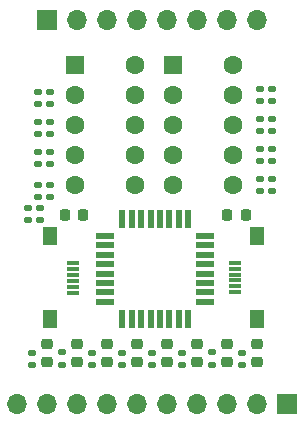
<source format=gbr>
%TF.GenerationSoftware,KiCad,Pcbnew,(6.0.9)*%
%TF.CreationDate,2022-12-15T20:33:27+01:00*%
%TF.ProjectId,8view,38766965-772e-46b6-9963-61645f706362,rev?*%
%TF.SameCoordinates,Original*%
%TF.FileFunction,Soldermask,Top*%
%TF.FilePolarity,Negative*%
%FSLAX46Y46*%
G04 Gerber Fmt 4.6, Leading zero omitted, Abs format (unit mm)*
G04 Created by KiCad (PCBNEW (6.0.9)) date 2022-12-15 20:33:27*
%MOMM*%
%LPD*%
G01*
G04 APERTURE LIST*
G04 Aperture macros list*
%AMRoundRect*
0 Rectangle with rounded corners*
0 $1 Rounding radius*
0 $2 $3 $4 $5 $6 $7 $8 $9 X,Y pos of 4 corners*
0 Add a 4 corners polygon primitive as box body*
4,1,4,$2,$3,$4,$5,$6,$7,$8,$9,$2,$3,0*
0 Add four circle primitives for the rounded corners*
1,1,$1+$1,$2,$3*
1,1,$1+$1,$4,$5*
1,1,$1+$1,$6,$7*
1,1,$1+$1,$8,$9*
0 Add four rect primitives between the rounded corners*
20,1,$1+$1,$2,$3,$4,$5,0*
20,1,$1+$1,$4,$5,$6,$7,0*
20,1,$1+$1,$6,$7,$8,$9,0*
20,1,$1+$1,$8,$9,$2,$3,0*%
G04 Aperture macros list end*
%ADD10RoundRect,0.225000X-0.225000X-0.250000X0.225000X-0.250000X0.225000X0.250000X-0.225000X0.250000X0*%
%ADD11RoundRect,0.135000X-0.185000X0.135000X-0.185000X-0.135000X0.185000X-0.135000X0.185000X0.135000X0*%
%ADD12RoundRect,0.135000X0.185000X-0.135000X0.185000X0.135000X-0.185000X0.135000X-0.185000X-0.135000X0*%
%ADD13R,1.700000X1.700000*%
%ADD14O,1.700000X1.700000*%
%ADD15RoundRect,0.218750X0.256250X-0.218750X0.256250X0.218750X-0.256250X0.218750X-0.256250X-0.218750X0*%
%ADD16R,1.600000X1.600000*%
%ADD17C,1.600000*%
%ADD18R,0.550000X1.600000*%
%ADD19R,1.600000X0.550000*%
%ADD20R,1.000001X0.299999*%
%ADD21R,1.300000X1.649999*%
G04 APERTURE END LIST*
D10*
%TO.C,C2*%
X139925000Y-134900000D03*
X141475000Y-134900000D03*
%TD*%
%TO.C,C1*%
X153675000Y-134900000D03*
X155225000Y-134900000D03*
%TD*%
D11*
%TO.C,R10*%
X136800000Y-134290000D03*
X136800000Y-135310000D03*
%TD*%
D12*
%TO.C,R12*%
X137668000Y-128018000D03*
X137668000Y-126998000D03*
%TD*%
%TO.C,R13*%
X137668000Y-130558000D03*
X137668000Y-129538000D03*
%TD*%
D13*
%TO.C,J1*%
X138430000Y-118364000D03*
D14*
X140970000Y-118364000D03*
X143510000Y-118364000D03*
X146050000Y-118364000D03*
X148590000Y-118364000D03*
X151130000Y-118364000D03*
X153670000Y-118364000D03*
X156210000Y-118364000D03*
%TD*%
D15*
%TO.C,D4*%
X146050000Y-147345500D03*
X146050000Y-145770500D03*
%TD*%
D12*
%TO.C,R6*%
X149800000Y-147550000D03*
X149800000Y-146530000D03*
%TD*%
D16*
%TO.C,U2*%
X140788500Y-122174000D03*
D17*
X140788500Y-124714000D03*
X140788500Y-127254000D03*
X140788500Y-129794000D03*
X140788500Y-132334000D03*
X145868500Y-132334000D03*
X145868500Y-129794000D03*
X145868500Y-127254000D03*
X145868500Y-124714000D03*
X145868500Y-122174000D03*
%TD*%
D18*
%TO.C,U1*%
X144774000Y-143696000D03*
X145574000Y-143696000D03*
X146374000Y-143696000D03*
X147174000Y-143696000D03*
X147974000Y-143696000D03*
X148774000Y-143696000D03*
X149574000Y-143696000D03*
X150374000Y-143696000D03*
D19*
X151824000Y-142246000D03*
X151824000Y-141446000D03*
X151824000Y-140646000D03*
X151824000Y-139846000D03*
X151824000Y-139046000D03*
X151824000Y-138246000D03*
X151824000Y-137446000D03*
X151824000Y-136646000D03*
D18*
X150374000Y-135196000D03*
X149574000Y-135196000D03*
X148774000Y-135196000D03*
X147974000Y-135196000D03*
X147174000Y-135196000D03*
X146374000Y-135196000D03*
X145574000Y-135196000D03*
X144774000Y-135196000D03*
D19*
X143324000Y-136646000D03*
X143324000Y-137446000D03*
X143324000Y-138246000D03*
X143324000Y-139046000D03*
X143324000Y-139846000D03*
X143324000Y-140646000D03*
X143324000Y-141446000D03*
X143324000Y-142246000D03*
%TD*%
D12*
%TO.C,R25*%
X157480000Y-130304000D03*
X157480000Y-129284000D03*
%TD*%
%TO.C,R23*%
X157480000Y-132844000D03*
X157480000Y-131824000D03*
%TD*%
%TO.C,R21*%
X156464000Y-127764000D03*
X156464000Y-126744000D03*
%TD*%
%TO.C,R24*%
X157480000Y-127764000D03*
X157480000Y-126744000D03*
%TD*%
%TO.C,R7*%
X152340000Y-147548000D03*
X152340000Y-146528000D03*
%TD*%
%TO.C,R8*%
X154880000Y-147550000D03*
X154880000Y-146530000D03*
%TD*%
D20*
%TO.C,J4*%
X140583999Y-138957997D03*
X140583999Y-139457999D03*
X140583999Y-139957998D03*
X140583999Y-140457999D03*
X140583999Y-140957999D03*
X140583999Y-141458000D03*
D21*
X138684000Y-136683001D03*
X138684000Y-143732999D03*
%TD*%
D12*
%TO.C,R26*%
X156464000Y-130304000D03*
X156464000Y-129284000D03*
%TD*%
%TO.C,R11*%
X137668000Y-125478000D03*
X137668000Y-124458000D03*
%TD*%
D15*
%TO.C,D1*%
X138430000Y-147345500D03*
X138430000Y-145770500D03*
%TD*%
D12*
%TO.C,R1*%
X137100000Y-147550000D03*
X137100000Y-146530000D03*
%TD*%
%TO.C,R19*%
X157480000Y-125224000D03*
X157480000Y-124204000D03*
%TD*%
D20*
%TO.C,J3*%
X154310001Y-141427002D03*
X154310001Y-140927000D03*
X154310001Y-140427001D03*
X154310001Y-139927000D03*
X154310001Y-139427000D03*
X154310001Y-138926999D03*
D21*
X156210000Y-143701998D03*
X156210000Y-136652000D03*
%TD*%
D12*
%TO.C,R2*%
X139640000Y-147548000D03*
X139640000Y-146528000D03*
%TD*%
%TO.C,R20*%
X156464000Y-125224000D03*
X156464000Y-124204000D03*
%TD*%
D15*
%TO.C,D5*%
X148590000Y-147345500D03*
X148590000Y-145770500D03*
%TD*%
D12*
%TO.C,R4*%
X144720000Y-147550000D03*
X144720000Y-146530000D03*
%TD*%
D16*
%TO.C,U3*%
X149098000Y-122174000D03*
D17*
X149098000Y-124714000D03*
X149098000Y-127254000D03*
X149098000Y-129794000D03*
X149098000Y-132334000D03*
X154178000Y-132334000D03*
X154178000Y-129794000D03*
X154178000Y-127254000D03*
X154178000Y-124714000D03*
X154178000Y-122174000D03*
%TD*%
D12*
%TO.C,R17*%
X138684000Y-128018000D03*
X138684000Y-126998000D03*
%TD*%
%TO.C,R14*%
X138684000Y-133352000D03*
X138684000Y-132332000D03*
%TD*%
%TO.C,R16*%
X138684000Y-125478000D03*
X138684000Y-124458000D03*
%TD*%
%TO.C,R5*%
X147260000Y-147550000D03*
X147260000Y-146530000D03*
%TD*%
D15*
%TO.C,D6*%
X151130000Y-147345500D03*
X151130000Y-145770500D03*
%TD*%
D12*
%TO.C,R3*%
X142180000Y-147550000D03*
X142180000Y-146530000D03*
%TD*%
%TO.C,R22*%
X156464000Y-132844000D03*
X156464000Y-131824000D03*
%TD*%
D15*
%TO.C,D8*%
X156210000Y-147345500D03*
X156210000Y-145770500D03*
%TD*%
%TO.C,D2*%
X140970000Y-147345500D03*
X140970000Y-145770500D03*
%TD*%
D12*
%TO.C,R18*%
X137668000Y-133352000D03*
X137668000Y-132332000D03*
%TD*%
D15*
%TO.C,D3*%
X143510000Y-147345500D03*
X143510000Y-145770500D03*
%TD*%
D12*
%TO.C,R9*%
X137850000Y-135310000D03*
X137850000Y-134290000D03*
%TD*%
D15*
%TO.C,D7*%
X153670000Y-147345500D03*
X153670000Y-145770500D03*
%TD*%
D12*
%TO.C,R15*%
X138684000Y-130558000D03*
X138684000Y-129538000D03*
%TD*%
D13*
%TO.C,J2*%
X158750000Y-150876000D03*
D14*
X156210000Y-150876000D03*
X153670000Y-150876000D03*
X151130000Y-150876000D03*
X148590000Y-150876000D03*
X146050000Y-150876000D03*
X143510000Y-150876000D03*
X140970000Y-150876000D03*
X138430000Y-150876000D03*
X135890000Y-150876000D03*
%TD*%
M02*

</source>
